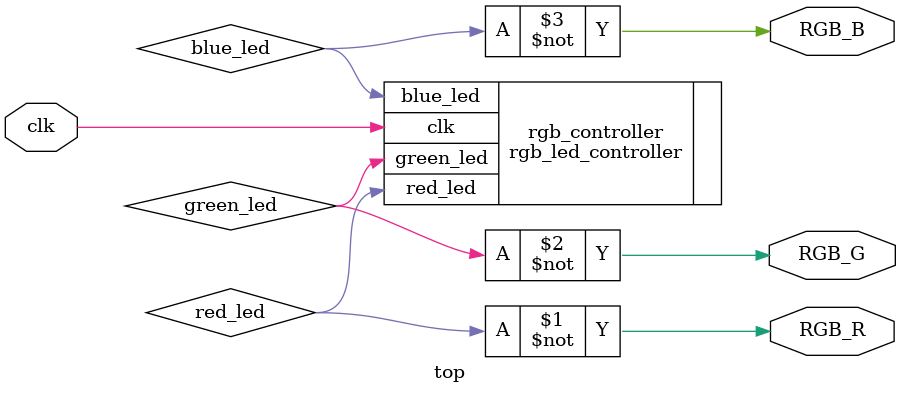
<source format=sv>
`include "pwm.sv"
`include "rgb.sv"


module top (
    input logic clk,
    output logic RGB_R,
    output logic RGB_G,
    output logic RGB_B
);
    logic red_led;
    logic green_led;
    logic blue_led;
    
    rgb_led_controller rgb_controller (
        .clk(clk),
        .red_led(red_led),
        .green_led(green_led),
        .blue_led(blue_led)
    );
    
    assign RGB_R = ~red_led;
    assign RGB_G = ~green_led;
    assign RGB_B = ~blue_led;
endmodule

</source>
